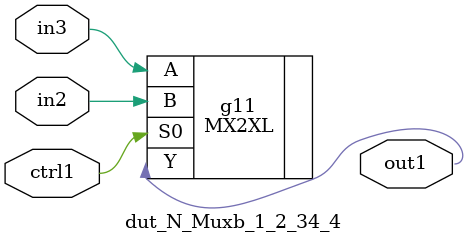
<source format=v>
`timescale 1ps / 1ps


module dut_N_Muxb_1_2_34_4(in3, in2, ctrl1, out1);
  input in3, in2, ctrl1;
  output out1;
  wire in3, in2, ctrl1;
  wire out1;
  MX2XL g11(.A (in3), .B (in2), .S0 (ctrl1), .Y (out1));
endmodule



</source>
